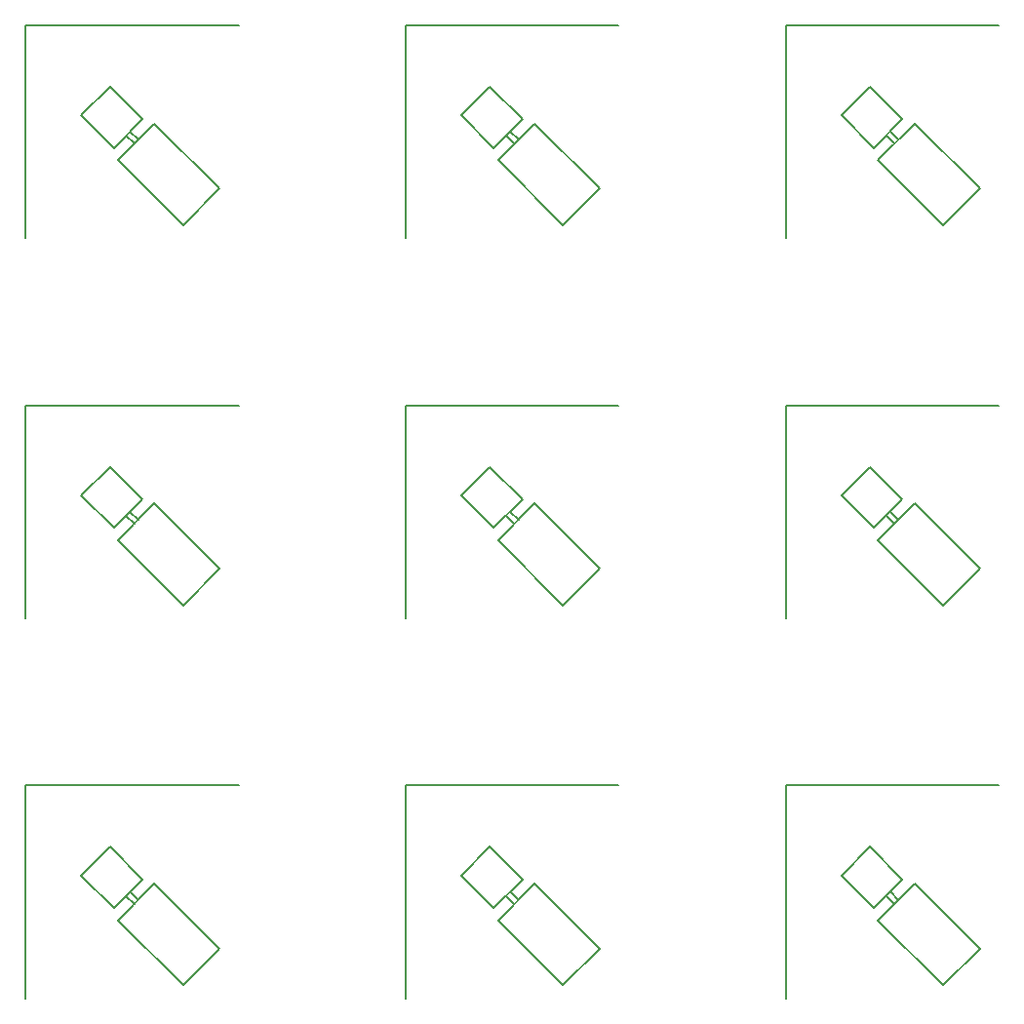
<source format=gbr>
G04 #@! TF.FileFunction,Legend,Top*
%FSLAX46Y46*%
G04 Gerber Fmt 4.6, Leading zero omitted, Abs format (unit mm)*
G04 Created by KiCad (PCBNEW 4.0.6) date 07/06/17 20:51:38*
%MOMM*%
%LPD*%
G01*
G04 APERTURE LIST*
%ADD10C,0.100000*%
%ADD11C,0.200000*%
%ADD12C,0.150000*%
G04 APERTURE END LIST*
D10*
D11*
X55500000Y-111500000D02*
X74000000Y-111500000D01*
X55500000Y-130000000D02*
X55500000Y-111500000D01*
X55500000Y-78500000D02*
X74000000Y-78500000D01*
X55500000Y-97000000D02*
X55500000Y-78500000D01*
X55500000Y-45500000D02*
X74000000Y-45500000D01*
X55500000Y-64000000D02*
X55500000Y-45500000D01*
X88500000Y-45500000D02*
X107000000Y-45500000D01*
X88500000Y-64000000D02*
X88500000Y-45500000D01*
X88500000Y-78500000D02*
X107000000Y-78500000D01*
X88500000Y-97000000D02*
X88500000Y-78500000D01*
X88500000Y-111500000D02*
X107000000Y-111500000D01*
X88500000Y-130000000D02*
X88500000Y-111500000D01*
X121500000Y-111500000D02*
X140000000Y-111500000D01*
X121500000Y-130000000D02*
X121500000Y-111500000D01*
X121500000Y-78500000D02*
X140000000Y-78500000D01*
X121500000Y-97000000D02*
X121500000Y-78500000D01*
X121500000Y-64000000D02*
X121500000Y-45500000D01*
X121500000Y-45500000D02*
X140000000Y-45500000D01*
X55500000Y-45500000D02*
X74000000Y-45500000D01*
X121500000Y-78500000D02*
X140000000Y-78500000D01*
X55500000Y-64000000D02*
X55500000Y-45500000D01*
X88500000Y-64000000D02*
X88500000Y-45500000D01*
X88500000Y-45500000D02*
X107000000Y-45500000D01*
X55500000Y-78500000D02*
X74000000Y-78500000D01*
X55500000Y-97000000D02*
X55500000Y-78500000D01*
X88500000Y-97000000D02*
X88500000Y-78500000D01*
X88500000Y-78500000D02*
X107000000Y-78500000D01*
X121500000Y-97000000D02*
X121500000Y-78500000D01*
X55500000Y-130000000D02*
X55500000Y-111500000D01*
X55500000Y-111500000D02*
X74000000Y-111500000D01*
X88500000Y-130000000D02*
X88500000Y-111500000D01*
X88500000Y-111500000D02*
X107000000Y-111500000D01*
X121500000Y-130000000D02*
X121500000Y-111500000D01*
X121500000Y-111500000D02*
X140000000Y-111500000D01*
D12*
X128807612Y-50850505D02*
X131636039Y-53678932D01*
X126332738Y-53325379D02*
X128807612Y-50850505D01*
X129161165Y-56153806D02*
X126332738Y-53325379D01*
X130928932Y-55800252D02*
X130221825Y-55093146D01*
X135171573Y-62871320D02*
X129514719Y-57214466D01*
X135171573Y-62871320D02*
X138353553Y-59689340D01*
X138353553Y-59689340D02*
X132696699Y-54032486D01*
X129514719Y-57214466D02*
X132696699Y-54032486D01*
X129161165Y-56153806D02*
X131636039Y-53678932D01*
X131282485Y-55446699D02*
X130575379Y-54739592D01*
X95807612Y-50850505D02*
X98636039Y-53678932D01*
X93332738Y-53325379D02*
X95807612Y-50850505D01*
X96161165Y-56153806D02*
X93332738Y-53325379D01*
X97928932Y-55800252D02*
X97221825Y-55093146D01*
X102171573Y-62871320D02*
X96514719Y-57214466D01*
X102171573Y-62871320D02*
X105353553Y-59689340D01*
X105353553Y-59689340D02*
X99696699Y-54032486D01*
X96514719Y-57214466D02*
X99696699Y-54032486D01*
X96161165Y-56153806D02*
X98636039Y-53678932D01*
X98282485Y-55446699D02*
X97575379Y-54739592D01*
X62807612Y-50850505D02*
X65636039Y-53678932D01*
X60332738Y-53325379D02*
X62807612Y-50850505D01*
X63161165Y-56153806D02*
X60332738Y-53325379D01*
X64928932Y-55800252D02*
X64221825Y-55093146D01*
X69171573Y-62871320D02*
X63514719Y-57214466D01*
X69171573Y-62871320D02*
X72353553Y-59689340D01*
X72353553Y-59689340D02*
X66696699Y-54032486D01*
X63514719Y-57214466D02*
X66696699Y-54032486D01*
X63161165Y-56153806D02*
X65636039Y-53678932D01*
X65282485Y-55446699D02*
X64575379Y-54739592D01*
X62807612Y-83850505D02*
X65636039Y-86678932D01*
X60332738Y-86325379D02*
X62807612Y-83850505D01*
X63161165Y-89153806D02*
X60332738Y-86325379D01*
X64928932Y-88800252D02*
X64221825Y-88093146D01*
X69171573Y-95871320D02*
X63514719Y-90214466D01*
X69171573Y-95871320D02*
X72353553Y-92689340D01*
X72353553Y-92689340D02*
X66696699Y-87032486D01*
X63514719Y-90214466D02*
X66696699Y-87032486D01*
X63161165Y-89153806D02*
X65636039Y-86678932D01*
X65282485Y-88446699D02*
X64575379Y-87739592D01*
X95807612Y-83850505D02*
X98636039Y-86678932D01*
X93332738Y-86325379D02*
X95807612Y-83850505D01*
X96161165Y-89153806D02*
X93332738Y-86325379D01*
X97928932Y-88800252D02*
X97221825Y-88093146D01*
X102171573Y-95871320D02*
X96514719Y-90214466D01*
X102171573Y-95871320D02*
X105353553Y-92689340D01*
X105353553Y-92689340D02*
X99696699Y-87032486D01*
X96514719Y-90214466D02*
X99696699Y-87032486D01*
X96161165Y-89153806D02*
X98636039Y-86678932D01*
X98282485Y-88446699D02*
X97575379Y-87739592D01*
X128807612Y-83850505D02*
X131636039Y-86678932D01*
X126332738Y-86325379D02*
X128807612Y-83850505D01*
X129161165Y-89153806D02*
X126332738Y-86325379D01*
X130928932Y-88800252D02*
X130221825Y-88093146D01*
X135171573Y-95871320D02*
X129514719Y-90214466D01*
X135171573Y-95871320D02*
X138353553Y-92689340D01*
X138353553Y-92689340D02*
X132696699Y-87032486D01*
X129514719Y-90214466D02*
X132696699Y-87032486D01*
X129161165Y-89153806D02*
X131636039Y-86678932D01*
X131282485Y-88446699D02*
X130575379Y-87739592D01*
X62807612Y-116850505D02*
X65636039Y-119678932D01*
X60332738Y-119325379D02*
X62807612Y-116850505D01*
X63161165Y-122153806D02*
X60332738Y-119325379D01*
X64928932Y-121800252D02*
X64221825Y-121093146D01*
X69171573Y-128871320D02*
X63514719Y-123214466D01*
X69171573Y-128871320D02*
X72353553Y-125689340D01*
X72353553Y-125689340D02*
X66696699Y-120032486D01*
X63514719Y-123214466D02*
X66696699Y-120032486D01*
X63161165Y-122153806D02*
X65636039Y-119678932D01*
X65282485Y-121446699D02*
X64575379Y-120739592D01*
X95807612Y-116850505D02*
X98636039Y-119678932D01*
X93332738Y-119325379D02*
X95807612Y-116850505D01*
X96161165Y-122153806D02*
X93332738Y-119325379D01*
X97928932Y-121800252D02*
X97221825Y-121093146D01*
X102171573Y-128871320D02*
X96514719Y-123214466D01*
X102171573Y-128871320D02*
X105353553Y-125689340D01*
X105353553Y-125689340D02*
X99696699Y-120032486D01*
X96514719Y-123214466D02*
X99696699Y-120032486D01*
X96161165Y-122153806D02*
X98636039Y-119678932D01*
X98282485Y-121446699D02*
X97575379Y-120739592D01*
X128807612Y-116850505D02*
X131636039Y-119678932D01*
X126332738Y-119325379D02*
X128807612Y-116850505D01*
X129161165Y-122153806D02*
X126332738Y-119325379D01*
X130928932Y-121800252D02*
X130221825Y-121093146D01*
X135171573Y-128871320D02*
X129514719Y-123214466D01*
X135171573Y-128871320D02*
X138353553Y-125689340D01*
X138353553Y-125689340D02*
X132696699Y-120032486D01*
X129514719Y-123214466D02*
X132696699Y-120032486D01*
X129161165Y-122153806D02*
X131636039Y-119678932D01*
X131282485Y-121446699D02*
X130575379Y-120739592D01*
M02*

</source>
